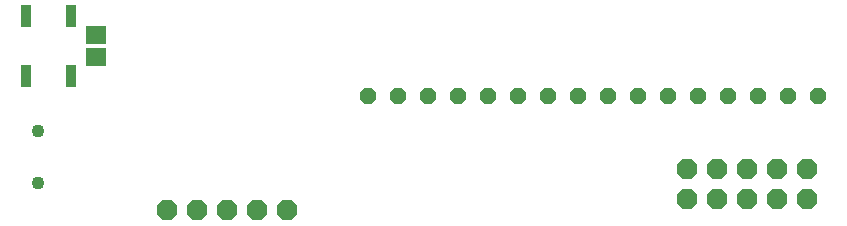
<source format=gbs>
G75*
G70*
%OFA0B0*%
%FSLAX24Y24*%
%IPPOS*%
%LPD*%
%AMOC8*
5,1,8,0,0,1.08239X$1,22.5*
%
%ADD10C,0.0434*%
%ADD11OC8,0.0560*%
%ADD12OC8,0.0680*%
%ADD13R,0.0380X0.0730*%
%ADD14R,0.0671X0.0592*%
D10*
X002482Y005877D03*
X002482Y007609D03*
D11*
X013482Y008793D03*
X014482Y008793D03*
X015482Y008793D03*
X016482Y008793D03*
X017482Y008793D03*
X018482Y008793D03*
X019482Y008793D03*
X020482Y008793D03*
X021482Y008793D03*
X022482Y008793D03*
X023482Y008793D03*
X024482Y008793D03*
X025482Y008793D03*
X026482Y008793D03*
X027482Y008793D03*
X028482Y008793D03*
D12*
X006782Y004993D03*
X007782Y004993D03*
X008782Y004993D03*
X009782Y004993D03*
X010782Y004993D03*
X024132Y005343D03*
X025132Y005343D03*
X026132Y005343D03*
X027132Y005343D03*
X028132Y005343D03*
X028132Y006343D03*
X027132Y006343D03*
X026132Y006343D03*
X025132Y006343D03*
X024132Y006343D03*
D13*
X003582Y009443D03*
X002082Y009443D03*
X002082Y011443D03*
X003582Y011443D03*
D14*
X004432Y010817D03*
X004432Y010069D03*
M02*

</source>
